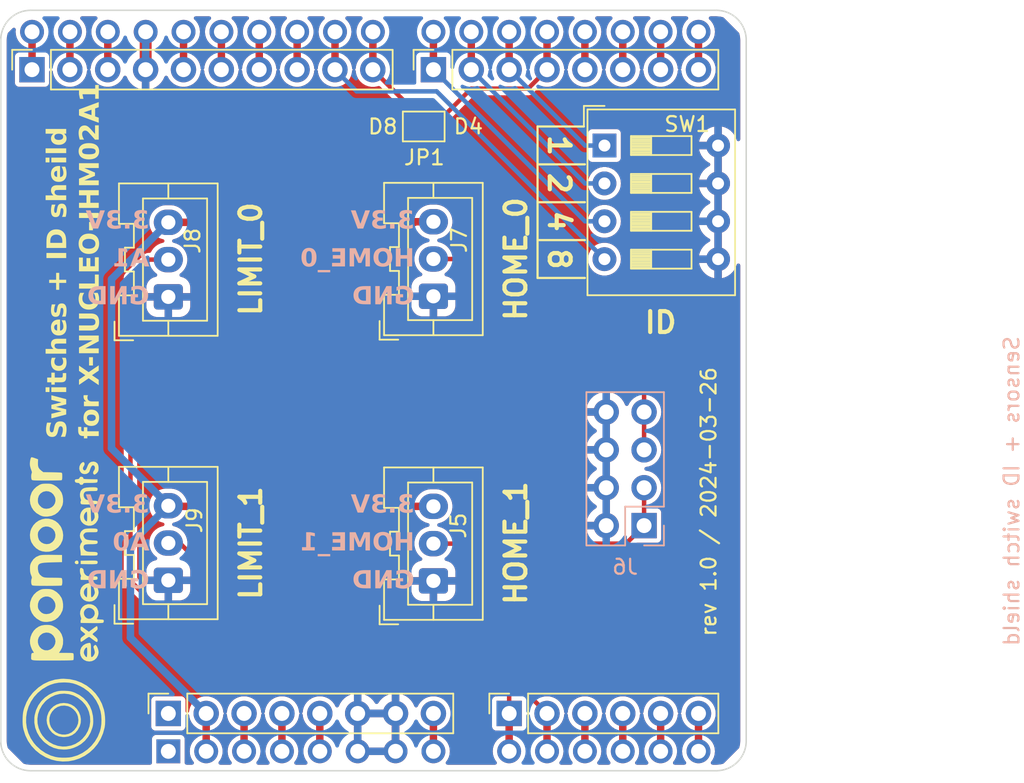
<source format=kicad_pcb>
(kicad_pcb (version 20240108) (generator "pcbnew") (generator_version "8.0")
  (layers (0 "F.Cu" signal) (31 "B.Cu" signal) (34 "B.Paste" user) (35 "F.Paste" user) (36 "B.SilkS" user "B.Silkscreen") (37 "F.SilkS" user "F.Silkscreen") (38 "B.Mask" user) (39 "F.Mask" user) (44 "Edge.Cuts" user))
  (net 0 "")
  (net 1 "Net-(A1-D6)")
  (net 2 "/SDA")
  (net 3 "Net-(A1-D9)")
  (net 4 "+3.3V")
  (net 5 "VCC")
  (net 6 "VBUS")
  (net 7 "Net-(A1-D4)")
  (net 8 "+5V")
  (net 9 "GND")
  (net 10 "Net-(A1-A4)")
  (net 11 "/AREF")
  (net 12 "Net-(A1-D3{slash}SCL)")
  (net 13 "Net-(A1-A3)")
  (net 14 "Net-(A1-D5)")
  (net 15 "Net-(A1-D0{slash}RX)")
  (net 16 "Net-(A1-D8)")
  (net 17 "/RESET")
  (net 18 "Net-(A1-D13)")
  (net 19 "Net-(A1-D11)")
  (net 20 "Net-(A1-D10)")
  (net 21 "Net-(A1-D12)")
  (net 22 "Net-(A1-A2)")
  (net 23 "Net-(A1-A5)")
  (net 25 "Net-(A1-D1{slash}TX)")
  (net 26 "/SCL")
  (net 27 "Net-(A1-D7)")
  (net 28 "Net-(A1-D2{slash}SDA)")
  (net 30 "Net-(J5-Pin_2)")
  (net 31 "Net-(J6-Pin_5)")
  (net 32 "/LIMIT_1")
  (net 33 "/LIMIT_2")
  (footprint "Jumper:SolderJumper-2_P1.3mm_Bridged_Pad1.0x1.5mm" (layer "F.Cu") (at 159.37 97.79)
    (property "Reference" "JP1" (at 0.0404 2.0828 0) (layer "F.SilkS"))
    (property "Value" "Jumper_2_Bridged")
    (fp_poly (pts (xy -0.25 -0.3) (xy 0.25 -0.3) (xy 0.25 0.3) (xy -0.25 0.3)) (fill solid) (layer "F.Cu"))
    (pad "1" smd rect (at -0.65 0) (size 1 1.5) (layers "F.Cu" "F.Mask") (net 16 "Net-(A1-D8)"))
    (pad "2" smd rect (at 0.65 0) (size 1 1.5) (layers "F.Cu" "F.Mask") (net 7 "Net-(A1-D4)"))
  )
  (footprint "Connector_JST:JST_XA_B03B-XASK-1_1x03_P2.50mm_Vertical" (layer "F.Cu") (at 142.24 109.22 90)
    (property "Reference" "J8" (at 3.7592 1.6256 270) (layer "F.SilkS"))
    (property "Value" "Conn_01x03")
    (pad "1" thru_hole roundrect (at 0 0 90) (size 1.7 1.95) (drill 0.95) (layers "*.Cu" "*.Mask") (roundrect_rratio 0.147059) (net 9 "GND"))
    (pad "2" thru_hole oval (at 2.5 0 90) (size 1.7 1.95) (drill 0.95) (layers "*.Cu" "*.Mask") (net 32 "/LIMIT_1"))
    (pad "3" thru_hole oval (at 5 0 90) (size 1.7 1.95) (drill 0.95) (layers "*.Cu" "*.Mask") (net 6 "VBUS"))
  )
  (footprint "Connector_PinSocket_2.54mm:PinSocket_1x08_P2.54mm_Vertical" (layer "F.Cu") (at 142.24 137.16 90)
    (property "Reference" "J2" (hide yes))
    (property "Value" "Conn_01x08")
    (pad "1" thru_hole rect (at 0 0 90) (size 1.7 1.7) (drill 1) (layers "*.Cu" "*.Mask"))
    (pad "2" thru_hole oval (at 0 2.54 90) (size 1.7 1.7) (drill 1) (layers "*.Cu" "*.Mask") (net 6 "VBUS"))
    (pad "3" thru_hole oval (at 0 5.08 90) (size 1.7 1.7) (drill 1) (layers "*.Cu" "*.Mask") (net 17 "/RESET"))
    (pad "4" thru_hole oval (at 0 7.62 90) (size 1.7 1.7) (drill 1) (layers "*.Cu" "*.Mask") (net 4 "+3.3V"))
    (pad "5" thru_hole oval (at 0 10.16 90) (size 1.7 1.7) (drill 1) (layers "*.Cu" "*.Mask") (net 8 "+5V"))
    (pad "6" thru_hole oval (at 0 12.7 90) (size 1.7 1.7) (drill 1) (layers "*.Cu" "*.Mask") (net 9 "GND"))
    (pad "7" thru_hole oval (at 0 15.24 90) (size 1.7 1.7) (drill 1) (layers "*.Cu" "*.Mask") (net 9 "GND"))
    (pad "8" thru_hole oval (at 0 17.78 90) (size 1.7 1.7) (drill 1) (layers "*.Cu" "*.Mask") (net 5 "VCC"))
  )
  (footprint "Connector_JST:JST_XA_B03B-XASK-1_1x03_P2.50mm_Vertical" (layer "F.Cu") (at 160.02 128.27 90)
    (property "Reference" "J5" (at 3.7084 1.6764 270) (layer "F.SilkS"))
    (property "Value" "Conn_01x03")
    (pad "1" thru_hole roundrect (at 0 0 90) (size 1.7 1.95) (drill 0.95) (layers "*.Cu" "*.Mask") (roundrect_rratio 0.147059) (net 9 "GND"))
    (pad "2" thru_hole oval (at 2.5 0 90) (size 1.7 1.95) (drill 0.95) (layers "*.Cu" "*.Mask") (net 30 "Net-(J5-Pin_2)"))
    (pad "3" thru_hole oval (at 5 0 90) (size 1.7 1.95) (drill 0.95) (layers "*.Cu" "*.Mask") (net 6 "VBUS"))
  )
  (footprint "Local_Library:ponoor_full_21x6" (layer "F.Cu") (at 135.255 130.175 90)
    (property "Reference" "G***" (hide yes))
    (property "Value" "LOGO" (hide yes))
  )
  (footprint "Connector_JST:JST_XA_B03B-XASK-1_1x03_P2.50mm_Vertical" (layer "F.Cu") (at 142.24 128.23 90)
    (property "Reference" "J9" (at 4.024 1.7526 270) (layer "F.SilkS"))
    (property "Value" "Conn_01x03")
    (pad "1" thru_hole roundrect (at 0 0 90) (size 1.7 1.95) (drill 0.95) (layers "*.Cu" "*.Mask") (roundrect_rratio 0.147059) (net 9 "GND"))
    (pad "2" thru_hole oval (at 2.5 0 90) (size 1.7 1.95) (drill 0.95) (layers "*.Cu" "*.Mask") (net 33 "/LIMIT_2"))
    (pad "3" thru_hole oval (at 5 0 90) (size 1.7 1.95) (drill 0.95) (layers "*.Cu" "*.Mask") (net 6 "VBUS"))
  )
  (footprint "Connector_PinSocket_2.54mm:PinSocket_1x08_P2.54mm_Vertical" (layer "F.Cu") (at 160.02 93.98 90)
    (property "Reference" "J1" (hide yes))
    (property "Value" "Conn_01x08")
    (pad "1" thru_hole rect (at 0 0 90) (size 1.7 1.7) (drill 1) (layers "*.Cu" "*.Mask") (net 27 "Net-(A1-D7)"))
    (pad "2" thru_hole oval (at 0 2.54 90) (size 1.7 1.7) (drill 1) (layers "*.Cu" "*.Mask") (net 1 "Net-(A1-D6)"))
    (pad "3" thru_hole oval (at 0 5.08 90) (size 1.7 1.7) (drill 1) (layers "*.Cu" "*.Mask") (net 14 "Net-(A1-D5)"))
    (pad "4" thru_hole oval (at 0 7.62 90) (size 1.7 1.7) (drill 1) (layers "*.Cu" "*.Mask") (net 7 "Net-(A1-D4)"))
    (pad "5" thru_hole oval (at 0 10.16 90) (size 1.7 1.7) (drill 1) (layers "*.Cu" "*.Mask") (net 12 "Net-(A1-D3{slash}SCL)"))
    (pad "6" thru_hole oval (at 0 12.7 90) (size 1.7 1.7) (drill 1) (layers "*.Cu" "*.Mask") (net 28 "Net-(A1-D2{slash}SDA)"))
    (pad "7" thru_hole oval (at 0 15.24 90) (size 1.7 1.7) (drill 1) (layers "*.Cu" "*.Mask") (net 25 "Net-(A1-D1{slash}TX)"))
    (pad "8" thru_hole oval (at 0 17.78 90) (size 1.7 1.7) (drill 1) (layers "*.Cu" "*.Mask") (net 15 "Net-(A1-D0{slash}RX)"))
  )
  (footprint "Connector_JST:JST_XA_B03B-XASK-1_1x03_P2.50mm_Vertical" (layer "F.Cu") (at 160.02 109.18 90)
    (property "Reference" "J7" (at 3.77 1.7272 270) (layer "F.SilkS"))
    (property "Value" "Conn_01x03")
    (pad "1" thru_hole roundrect (at 0 0 90) (size 1.7 1.95) (drill 0.95) (layers "*.Cu" "*.Mask") (roundrect_rratio 0.147059) (net 9 "GND"))
    (pad "2" thru_hole oval (at 2.5 0 90) (size 1.7 1.95) (drill 0.95) (layers "*.Cu" "*.Mask") (net 31 "Net-(J6-Pin_5)"))
    (pad "3" thru_hole oval (at 5 0 90) (size 1.7 1.95) (drill 0.95) (layers "*.Cu" "*.Mask") (net 6 "VBUS"))
  )
  (footprint "Connector_PinSocket_2.54mm:PinSocket_1x10_P2.54mm_Vertical" (layer "F.Cu") (at 133.096 93.98 90)
    (property "Reference" "J4" (hide yes))
    (property "Value" "Conn_01x10")
    (pad "1" thru_hole rect (at 0 0 90) (size 1.7 1.7) (drill 1) (layers "*.Cu" "*.Mask") (net 26 "/SCL"))
    (pad "2" thru_hole oval (at 0 2.54 90) (size 1.7 1.7) (drill 1) (layers "*.Cu" "*.Mask") (net 2 "/SDA"))
    (pad "3" thru_hole oval (at 0 5.08 90) (size 1.7 1.7) (drill 1) (layers "*.Cu" "*.Mask") (net 11 "/AREF"))
    (pad "4" thru_hole oval (at 0 7.62 90) (size 1.7 1.7) (drill 1) (layers "*.Cu" "*.Mask") (net 9 "GND"))
    (pad "5" thru_hole oval (at 0 10.16 90) (size 1.7 1.7) (drill 1) (layers "*.Cu" "*.Mask") (net 18 "Net-(A1-D13)"))
    (pad "6" thru_hole oval (at 0 12.7 90) (size 1.7 1.7) (drill 1) (layers "*.Cu" "*.Mask") (net 21 "Net-(A1-D12)"))
    (pad "7" thru_hole oval (at 0 15.24 90) (size 1.7 1.7) (drill 1) (layers "*.Cu" "*.Mask") (net 19 "Net-(A1-D11)"))
    (pad "8" thru_hole oval (at 0 17.78 90) (size 1.7 1.7) (drill 1) (layers "*.Cu" "*.Mask") (net 20 "Net-(A1-D10)"))
    (pad "9" thru_hole oval (at 0 20.32 90) (size 1.7 1.7) (drill 1) (layers "*.Cu" "*.Mask") (net 3 "Net-(A1-D9)"))
    (pad "10" thru_hole oval (at 0 22.86 90) (size 1.7 1.7) (drill 1) (layers "*.Cu" "*.Mask") (net 16 "Net-(A1-D8)"))
  )
  (footprint "Button_Switch_THT:SW_DIP_SPSTx04_Slide_9.78x12.34mm_W7.62mm_P2.54mm" (layer "F.Cu") (at 171.4925 99.07)
    (property "Reference" "SW1" (at 5.5455 -1.4324 360) (layer "F.SilkS"))
    (property "Value" "SW_DIP_x04")
    (pad "1" thru_hole rect (at 0 0) (size 1.6 1.6) (drill 0.8) (layers "*.Cu" "*.Mask") (net 14 "Net-(A1-D5)"))
    (pad "2" thru_hole oval (at 0 2.54) (size 1.6 1.6) (drill 0.8) (layers "*.Cu" "*.Mask") (net 1 "Net-(A1-D6)"))
    (pad "3" thru_hole oval (at 0 5.08) (size 1.6 1.6) (drill 0.8) (layers "*.Cu" "*.Mask") (net 27 "Net-(A1-D7)"))
    (pad "4" thru_hole oval (at 0 7.62) (size 1.6 1.6) (drill 0.8) (layers "*.Cu" "*.Mask") (net 3 "Net-(A1-D9)"))
    (pad "5" thru_hole oval (at 7.62 7.62) (size 1.6 1.6) (drill 0.8) (layers "*.Cu" "*.Mask") (net 9 "GND"))
    (pad "6" thru_hole oval (at 7.62 5.08) (size 1.6 1.6) (drill 0.8) (layers "*.Cu" "*.Mask") (net 9 "GND"))
    (pad "7" thru_hole oval (at 7.62 2.54) (size 1.6 1.6) (drill 0.8) (layers "*.Cu" "*.Mask") (net 9 "GND"))
    (pad "8" thru_hole oval (at 7.62 0) (size 1.6 1.6) (drill 0.8) (layers "*.Cu" "*.Mask") (net 9 "GND"))
  )
  (footprint "Connector_PinSocket_2.54mm:PinSocket_1x06_P2.54mm_Vertical" (layer "F.Cu") (at 165.1 137.16 90)
    (property "Reference" "J3" (hide yes))
    (property "Value" "Conn_01x06")
    (pad "1" thru_hole rect (at 0 0 90) (size 1.7 1.7) (drill 1) (layers "*.Cu" "*.Mask") (net 32 "/LIMIT_1"))
    (pad "2" thru_hole oval (at 0 2.54 90) (size 1.7 1.7) (drill 1) (layers "*.Cu" "*.Mask") (net 33 "/LIMIT_2"))
    (pad "3" thru_hole oval (at 0 5.08 90) (size 1.7 1.7) (drill 1) (layers "*.Cu" "*.Mask") (net 22 "Net-(A1-A2)"))
    (pad "4" thru_hole oval (at 0 7.62 90) (size 1.7 1.7) (drill 1) (layers "*.Cu" "*.Mask") (net 13 "Net-(A1-A3)"))
    (pad "5" thru_hole oval (at 0 10.16 90) (size 1.7 1.7) (drill 1) (layers "*.Cu" "*.Mask") (net 10 "Net-(A1-A4)"))
    (pad "6" thru_hole oval (at 0 12.7 90) (size 1.7 1.7) (drill 1) (layers "*.Cu" "*.Mask") (net 23 "Net-(A1-A5)"))
  )
  (footprint "Module:Arduino_UNO_R3" (layer "B.Cu") (at 142.24 139.7)
    (property "Reference" "A1" (hide yes))
    (property "Value" "Arduino_Leonardo")
    (pad "1" thru_hole rect (at 0 0 270) (size 1.6 1.6) (drill 1) (layers "*.Cu" "*.Mask"))
    (pad "2" thru_hole oval (at 2.54 0 270) (size 1.6 1.6) (drill 1) (layers "*.Cu" "*.Mask") (net 6 "VBUS"))
    (pad "3" thru_hole oval (at 5.08 0 270) (size 1.6 1.6) (drill 1) (layers "*.Cu" "*.Mask") (net 17 "/RESET"))
    (pad "4" thru_hole oval (at 7.62 0 270) (size 1.6 1.6) (drill 1) (layers "*.Cu" "*.Mask") (net 4 "+3.3V"))
    (pad "5" thru_hole oval (at 10.16 0 270) (size 1.6 1.6) (drill 1) (layers "*.Cu" "*.Mask") (net 8 "+5V"))
    (pad "6" thru_hole oval (at 12.7 0 270) (size 1.6 1.6) (drill 1) (layers "*.Cu" "*.Mask") (net 9 "GND"))
    (pad "7" thru_hole oval (at 15.24 0 270) (size 1.6 1.6) (drill 1) (layers "*.Cu" "*.Mask") (net 9 "GND"))
    (pad "8" thru_hole oval (at 17.78 0 270) (size 1.6 1.6) (drill 1) (layers "*.Cu" "*.Mask") (net 5 "VCC"))
    (pad "9" thru_hole oval (at 22.86 0 270) (size 1.6 1.6) (drill 1) (layers "*.Cu" "*.Mask") (net 32 "/LIMIT_1"))
    (pad "10" thru_hole oval (at 25.4 0 270) (size 1.6 1.6) (drill 1) (layers "*.Cu" "*.Mask") (net 33 "/LIMIT_2"))
    (pad "11" thru_hole oval (at 27.94 0 270) (size 1.6 1.6) (drill 1) (layers "*.Cu" "*.Mask") (net 22 "Net-(A1-A2)"))
    (pad "12" thru_hole oval (at 30.48 0 270) (size 1.6 1.6) (drill 1) (layers "*.Cu" "*.Mask") (net 13 "Net-(A1-A3)"))
    (pad "13" thru_hole oval (at 33.02 0 270) (size 1.6 1.6) (drill 1) (layers "*.Cu" "*.Mask") (net 10 "Net-(A1-A4)"))
    (pad "14" thru_hole oval (at 35.56 0 270) (size 1.6 1.6) (drill 1) (layers "*.Cu" "*.Mask") (net 23 "Net-(A1-A5)"))
    (pad "15" thru_hole oval (at 35.56 -48.26 270) (size 1.6 1.6) (drill 1) (layers "*.Cu" "*.Mask") (net 15 "Net-(A1-D0{slash}RX)"))
    (pad "16" thru_hole oval (at 33.02 -48.26 270) (size 1.6 1.6) (drill 1) (layers "*.Cu" "*.Mask") (net 25 "Net-(A1-D1{slash}TX)"))
    (pad "17" thru_hole oval (at 30.48 -48.26 270) (size 1.6 1.6) (drill 1) (layers "*.Cu" "*.Mask") (net 28 "Net-(A1-D2{slash}SDA)"))
    (pad "18" thru_hole oval (at 27.94 -48.26 270) (size 1.6 1.6) (drill 1) (layers "*.Cu" "*.Mask") (net 12 "Net-(A1-D3{slash}SCL)"))
    (pad "19" thru_hole oval (at 25.4 -48.26 270) (size 1.6 1.6) (drill 1) (layers "*.Cu" "*.Mask") (net 7 "Net-(A1-D4)"))
    (pad "20" thru_hole oval (at 22.86 -48.26 270) (size 1.6 1.6) (drill 1) (layers "*.Cu" "*.Mask") (net 14 "Net-(A1-D5)"))
    (pad "21" thru_hole oval (at 20.32 -48.26 270) (size 1.6 1.6) (drill 1) (layers "*.Cu" "*.Mask") (net 1 "Net-(A1-D6)"))
    (pad "22" thru_hole oval (at 17.78 -48.26 270) (size 1.6 1.6) (drill 1) (layers "*.Cu" "*.Mask") (net 27 "Net-(A1-D7)"))
    (pad "23" thru_hole oval (at 13.72 -48.26 270) (size 1.6 1.6) (drill 1) (layers "*.Cu" "*.Mask") (net 16 "Net-(A1-D8)"))
    (pad "24" thru_hole oval (at 11.18 -48.26 270) (size 1.6 1.6) (drill 1) (layers "*.Cu" "*.Mask") (net 3 "Net-(A1-D9)"))
    (pad "25" thru_hole oval (at 8.64 -48.26 270) (size 1.6 1.6) (drill 1) (layers "*.Cu" "*.Mask") (net 20 "Net-(A1-D10)"))
    (pad "26" thru_hole oval (at 6.1 -48.26 270) (size 1.6 1.6) (drill 1) (layers "*.Cu" "*.Mask") (net 19 "Net-(A1-D11)"))
    (pad "27" thru_hole oval (at 3.56 -48.26 270) (size 1.6 1.6) (drill 1) (layers "*.Cu" "*.Mask") (net 21 "Net-(A1-D12)"))
    (pad "28" thru_hole oval (at 1.02 -48.26 270) (size 1.6 1.6) (drill 1) (layers "*.Cu" "*.Mask") (net 18 "Net-(A1-D13)"))
    (pad "29" thru_hole oval (at -1.52 -48.26 270) (size 1.6 1.6) (drill 1) (layers "*.Cu" "*.Mask") (net 9 "GND"))
    (pad "30" thru_hole oval (at -4.06 -48.26 270) (size 1.6 1.6) (drill 1) (layers "*.Cu" "*.Mask") (net 11 "/AREF"))
    (pad "31" thru_hole oval (at -6.6 -48.26 270) (size 1.6 1.6) (drill 1) (layers "*.Cu" "*.Mask") (net 2 "/SDA"))
    (pad "32" thru_hole oval (at -9.14 -48.26 270) (size 1.6 1.6) (drill 1) (layers "*.Cu" "*.Mask") (net 26 "/SCL"))
  )
  (footprint "Connector_PinSocket_2.54mm:PinSocket_2x04_P2.54mm_Vertical" (layer "B.Cu") (at 174.15 124.56)
    (property "Reference" "J6" (at -1.27 2.77 360) (layer "B.SilkS") (effects (justify mirror)))
    (property "Value" "Conn_02x04_Odd_Even")
    (pad "1" thru_hole rect (at 0 0) (size 1.7 1.7) (drill 1) (layers "*.Cu" "*.Mask") (net 30 "Net-(J5-Pin_2)"))
    (pad "2" thru_hole oval (at -2.54 0) (size 1.7 1.7) (drill 1) (layers "*.Cu" "*.Mask") (net 9 "GND"))
    (pad "3" thru_hole oval (at 0 -2.54) (size 1.7 1.7) (drill 1) (layers "*.Cu" "*.Mask") (net 30 "Net-(J5-Pin_2)"))
    (pad "4" thru_hole oval (at -2.54 -2.54) (size 1.7 1.7) (drill 1) (layers "*.Cu" "*.Mask") (net 9 "GND"))
    (pad "5" thru_hole oval (at 0 -5.08) (size 1.7 1.7) (drill 1) (layers "*.Cu" "*.Mask") (net 31 "Net-(J6-Pin_5)"))
    (pad "6" thru_hole oval (at -2.54 -5.08) (size 1.7 1.7) (drill 1) (layers "*.Cu" "*.Mask") (net 9 "GND"))
    (pad "7" thru_hole oval (at 0 -7.62) (size 1.7 1.7) (drill 1) (layers "*.Cu" "*.Mask") (net 31 "Net-(J6-Pin_5)"))
    (pad "8" thru_hole oval (at -2.54 -7.62) (size 1.7 1.7) (drill 1) (layers "*.Cu" "*.Mask") (net 9 "GND"))
  )
  (gr_line (start 167.005 100.33) (end 170.18 100.33) (stroke (width 0.15)) (layer "F.SilkS"))
  (gr_line (start 167.005 107.95) (end 170.18 107.95) (stroke (width 0.15)) (layer "F.SilkS"))
  (gr_line (start 167.005 105.41) (end 170.18 105.41) (stroke (width 0.15)) (layer "F.SilkS"))
  (gr_line (start 167.005 97.79) (end 167.005 107.95) (stroke (width 0.15)) (layer "F.SilkS"))
  (gr_line (start 167.005 97.79) (end 170.1125 97.793) (stroke (width 0.15)) (layer "F.SilkS"))
  (gr_line (start 167.005 102.87) (end 170.18 102.87) (stroke (width 0.15)) (layer "F.SilkS"))
  (gr_line (start 181 139) (end 181 92) (stroke (width 0.1)) (layer "Edge.Cuts"))
  (gr_arc (start 133 141) (mid 131.585786 140.414214) (end 131 139) (stroke (width 0.1)) (layer "Edge.Cuts"))
  (gr_arc (start 131 92) (mid 131.585786 90.585786) (end 133 90) (stroke (width 0.1)) (layer "Edge.Cuts"))
  (gr_arc (start 179 90) (mid 180.414214 90.585786) (end 181 92) (stroke (width 0.1)) (layer "Edge.Cuts"))
  (gr_line (start 179 90) (end 133 90) (stroke (width 0.1)) (layer "Edge.Cuts"))
  (gr_arc (start 181 139) (mid 180.414214 140.414214) (end 179 141) (stroke (width 0.1)) (layer "Edge.Cuts"))
  (gr_line (start 133 141) (end 179 141) (stroke (width 0.1)) (layer "Edge.Cuts"))
  (gr_line (start 131 92) (end 131 139) (stroke (width 0.1)) (layer "Edge.Cuts"))
  (gr_text "A0" (at 140.97 125.73 0) (layer "B.SilkS") (effects (font (size 1.2 1.2) (thickness 0.2) (bold yes)) (justify left mirror)))
  (gr_text "GND" (at 158.75 128.27 0) (layer "B.SilkS") (effects (font (size 1.2 1.2) (thickness 0.2) (bold yes)) (justify left mirror)))
  (gr_text "A1" (at 140.97 106.68 0) (layer "B.SilkS") (effects (font (size 1.2 1.2) (thickness 0.2) (bold yes)) (justify left mirror)))
  (gr_text "HOME_0" (at 158.75 106.68 0) (layer "B.SilkS") (effects (font (size 1.2 1.2) (thickness 0.2) (bold yes)) (justify left mirror)))
  (gr_text "GND" (at 140.97 109.22 0) (layer "B.SilkS") (effects (font (size 1.2 1.2) (thickness 0.2) (bold yes)) (justify left mirror)))
  (gr_text "GND" (at 140.97 128.27 0) (layer "B.SilkS") (effects (font (size 1.2 1.2) (thickness 0.2) (bold yes)) (justify left mirror)))
  (gr_text "3.3V" (at 158.75 123.19 0) (layer "B.SilkS") (effects (font (size 1.2 1.2) (thickness 0.2) (bold yes)) (justify left mirror)))
  (gr_text "Sensors + ID switch shield" (at 199.39 111.76 90) (layer "B.SilkS") (effects (font (size 1 1)) (justify left bottom mirror)))
  (gr_text "GND" (at 158.75 109.22 0) (layer "B.SilkS") (effects (font (size 1.2 1.2) (thickness 0.2) (bold yes)) (justify left mirror)))
  (gr_text "3.3V" (at 140.97 104.14 0) (layer "B.SilkS") (effects (font (size 1.2 1.2) (thickness 0.2) (bold yes)) (justify left mirror)))
  (gr_text "3.3V" (at 158.75 104.14 0) (layer "B.SilkS") (effects (font (size 1.2 1.2) (thickness 0.2) (bold yes)) (justify left mirror)))
  (gr_text "3.3V" (at 140.97 123.19 0) (layer "B.SilkS") (effects (font (size 1.2 1.2) (thickness 0.2) (bold yes)) (justify left mirror)))
  (gr_text "HOME_1" (at 158.75 125.73 0) (layer "B.SilkS") (effects (font (size 1.2 1.2) (thickness 0.2) (bold yes)) (justify left mirror)))
  (gr_text "HOME_0" (at 166.37 106.68 90) (layer "F.SilkS") (effects (font (size 1.4 1.4) (thickness 0.28) (bold yes)) (justify bottom)))
  (gr_text "LIMIT_1" (at 148.59 125.73 90) (layer "F.SilkS") (effects (font (size 1.4 1.4) (thickness 0.28) (bold yes)) (justify bottom)))
  (gr_text "rev 1.0 / 2024-03-26" (at 179.07 132.08 90) (layer "F.SilkS") (effects (font (size 1 1)) (justify left bottom)))
  (gr_text "4" (at 167.64 104.14 270) (layer "F.SilkS") (effects (font (size 1.4 1.4) (thickness 0.28) (bold yes)) (justify bottom)))
  (gr_text "2" (at 167.64 101.6 270) (layer "F.SilkS") (effects (font (size 1.4 1.4) (thickness 0.28) (bold yes)) (justify bottom)))
  (gr_text "D8\n" (at 155.551029 97.800434 0) (layer "F.SilkS") (effects (font (size 1 1)) (justify left)))
  (gr_text "Switches + ID sheild\nfor X-NUCLEO-IHM02A1" (at 137.795 118.745 90) (layer "F.SilkS") (effects (font (size 1.3 1.3) (thickness 0.26) (bold yes)) (justify left bottom)))
  (gr_text "LIMIT_0" (at 148.59 106.68 90) (layer "F.SilkS") (effects (font (size 1.4 1.4) (thickness 0.28) (bold yes)) (justify bottom)))
  (gr_text "8" (at 167.64 106.68 270) (layer "F.SilkS") (effects (font (size 1.4 1.4) (thickness 0.28) (bold yes)) (justify bottom)))
  (gr_text "ID" (at 175.26 111.76 0) (layer "F.SilkS") (effects (font (size 1.4 1.4) (thickness 0.28) (bold yes)) (justify bottom)))
  (gr_text "HOME_1" (at 166.37 125.73 90) (layer "F.SilkS") (effects (font (size 1.4 1.4) (thickness 0.28) (bold yes)) (justify bottom)))
  (gr_text "D4" (at 161.29 97.79 0) (layer "F.SilkS") (effects (font (size 1 1)) (justify left)))
  (gr_text "1" (at 167.64 99.06 -90) (layer "F.SilkS") (effects (font (size 1.4 1.4) (thickness 0.28) (bold yes)) (justify bottom)))
  (segment (start 162.56 91.44) (end 162.56 93.98) (width 0.5) (layer "F.Cu") (net 1))
  (segment (start 170.19 101.61) (end 162.56 93.98) (width 0.3) (layer "B.Cu") (net 1))
  (segment (start 171.4925 101.61) (end 170.19 101.61) (width 0.3) (layer "B.Cu") (net 1))
  (segment (start 135.64 93.976) (end 135.636 93.98) (width 0.5) (layer "F.Cu") (net 2))
  (segment (start 135.64 91.44) (end 135.64 93.976) (width 0.5) (layer "F.Cu") (net 2))
  (segment (start 153.42 93.976) (end 153.416 93.98) (width 0.5) (layer "F.Cu") (net 3))
  (segment (start 153.42 91.44) (end 153.42 93.976) (width 0.5) (layer "F.Cu") (net 3))
  (segment (start 154.870792 95.434792) (end 153.416 93.98) (width 0.3) (layer "B.Cu") (net 3))
  (segment (start 171.4925 106.69) (end 160.237292 95.434792) (width 0.3) (layer "B.Cu") (net 3))
  (segment (start 160.237292 95.434792) (end 154.870792 95.434792) (width 0.3) (layer "B.Cu") (net 3))
  (segment (start 149.86 137.16) (end 149.86 139.7) (width 0.5) (layer "F.Cu") (net 4))
  (segment (start 160.02 137.16) (end 160.02 139.7) (width 0.5) (layer "F.Cu") (net 5))
  (segment (start 142.28 123.27) (end 142.24 123.23) (width 0.5) (layer "F.Cu") (net 6))
  (segment (start 160.02 104.18) (end 158.79 104.18) (width 0.5) (layer "F.Cu") (net 6))
  (segment (start 160.02 123.27) (end 142.28 123.27) (width 0.5) (layer "F.Cu") (net 6))
  (segment (start 158.79 104.18) (end 158.75 104.22) (width 0.5) (layer "F.Cu") (net 6))
  (segment (start 158.75 104.22) (end 142.24 104.22) (width 0.5) (layer "F.Cu") (net 6))
  (segment (start 144.78 137.16) (end 144.78 139.7) (width 0.5) (layer "F.Cu") (net 6))
  (segment (start 142.24 123.19) (end 142.24 123.23) (width 0.5) (layer "B.Cu") (net 6))
  (segment (start 142.24 123.23) (end 139.7 125.77) (width 0.5) (layer "B.Cu") (net 6))
  (segment (start 138.43 119.38) (end 142.24 123.19) (width 0.5) (layer "B.Cu") (net 6))
  (segment (start 138.43 108.03) (end 138.43 119.38) (width 0.5) (layer "B.Cu") (net 6))
  (segment (start 142.24 104.22) (end 138.43 108.03) (width 0.5) (layer "B.Cu") (net 6))
  (segment (start 139.7 125.77) (end 139.7 132.08) (width 0.5) (layer "B.Cu") (net 6))
  (segment (start 139.7 132.08) (end 144.78 137.16) (width 0.5) (layer "B.Cu") (net 6))
  (segment (start 167.64 91.44) (end 167.64 93.98) (width 0.5) (layer "F.Cu") (net 7))
  (segment (start 166.37 95.25) (end 167.64 93.98) (width 0.3) (layer "F.Cu") (net 7))
  (segment (start 162.56 95.25) (end 166.37 95.25) (width 0.3) (layer "F.Cu") (net 7))
  (segment (start 160.02 97.79) (end 162.56 95.25) (width 0.3) (layer "F.Cu") (net 7))
  (segment (start 152.4 137.16) (end 152.4 139.7) (width 0.5) (layer "F.Cu") (net 8))
  (segment (start 154.94 137.16) (end 154.94 139.7) (width 0.5) (layer "F.Cu") (net 9))
  (segment (start 140.72 91.44) (end 140.72 93.976) (width 0.8) (layer "F.Cu") (net 9))
  (segment (start 157.48 137.16) (end 157.48 139.7) (width 0.5) (layer "F.Cu") (net 9))
  (segment (start 140.72 93.976) (end 140.716 93.98) (width 0.5) (layer "F.Cu") (net 9))
  (segment (start 171.61 110.33) (end 171.61 116.94) (width 0.3) (layer "B.Cu") (net 9))
  (segment (start 140.716 98.766) (end 151.13 109.18) (width 0.12) (layer "B.Cu") (net 9))
  (segment (start 171.61 122.02) (end 171.61 124.56) (width 0.12) (layer "B.Cu") (net 9))
  (segment (start 151.13 109.18) (end 160.02 109.18) (width 0.25) (layer "B.Cu") (net 9))
  (segment (start 159.98 128.23) (end 160.02 128.27) (width 0.12) (layer "B.Cu") (net 9))
  (segment (start 151.13 109.18) (end 151.13 116.84) (width 0.25) (layer "B.Cu") (net 9))
  (segment (start 179.1125 99.07) (end 179.1125 101.61) (width 0.3) (layer "B.Cu") (net 9))
  (segment (start 151.23 116.94) (end 151.13 116.84) (width 0.12) (layer "B.Cu") (net 9))
  (segment (start 175.26 106.68) (end 171.61 110.33) (width 0.3) (layer "B.Cu") (net 9))
  (segment (start 179.1125 101.61) (end 179.1125 104.15) (width 0.3) (layer "B.Cu") (net 9))
  (segment (start 143.51 109.22) (end 143.55 109.18) (width 0.25) (layer "B.Cu") (net 9))
  (segment (start 142.24 128.23) (end 151.13 128.23) (width 0.12) (layer "B.Cu") (net 9))
  (segment (start 171.61 119.48) (end 171.61 122.02) (width 0.12) (layer "B.Cu") (net 9))
  (segment (start 179.1125 104.15) (end 179.1125 106.69) (width 0.3) (layer "B.Cu") (net 9))
  (segment (start 151.13 128.23) (end 154.94 128.23) (width 0.12) (layer "B.Cu") (net 9))
  (segment (start 175.27 106.69) (end 175.26 106.68) (width 0.3) (layer "B.Cu") (net 9))
  (segment (start 154.94 137.16) (end 154.94 128.23) (width 0.25) (layer "B.Cu") (net 9))
  (segment (start 140.716 93.98) (end 140.716 98.766) (width 0.12) (layer "B.Cu") (net 9))
  (segment (start 171.61 116.94) (end 171.61 119.48) (width 0.12) (layer "B.Cu") (net 9))
  (segment (start 142.24 109.22) (end 143.51 109.22) (width 0.25) (layer "B.Cu") (net 9))
  (segment (start 151.13 116.84) (end 151.13 128.23) (width 0.25) (layer "B.Cu") (net 9))
  (segment (start 154.94 137.16) (end 157.48 137.16) (width 0.5) (layer "B.Cu") (net 9))
  (segment (start 179.1125 106.69) (end 175.27 106.69) (width 0.3) (layer "B.Cu") (net 9))
  (segment (start 143.55 109.18) (end 151.13 109.18) (width 0.25) (layer "B.Cu") (net 9))
  (segment (start 171.61 116.94) (end 151.23 116.94) (width 0.12) (layer "B.Cu") (net 9))
  (segment (start 154.94 128.23) (end 159.98 128.23) (width 0.12) (layer "B.Cu") (net 9))
  (segment (start 175.26 137.16) (end 175.26 139.7) (width 0.5) (layer "F.Cu") (net 10))
  (segment (start 138.18 93.976) (end 138.176 93.98) (width 0.5) (layer "F.Cu") (net 11))
  (segment (start 138.18 91.44) (end 138.18 93.976) (width 0.5) (layer "F.Cu") (net 11))
  (segment (start 170.18 91.44) (end 170.18 93.98) (width 0.5) (layer "F.Cu") (net 12))
  (segment (start 172.72 137.16) (end 172.72 139.7) (width 0.5) (layer "F.Cu") (net 13))
  (segment (start 165.1 91.44) (end 165.1 93.98) (width 0.5) (layer "F.Cu") (net 14))
  (segment (start 170.19 99.07) (end 165.1 93.98) (width 0.3) (layer "B.Cu") (net 14))
  (segment (start 171.4925 99.07) (end 170.19 99.07) (width 0.3) (layer "B.Cu") (net 14))
  (segment (start 177.8 91.44) (end 177.8 93.98) (width 0.5) (layer "F.Cu") (net 15))
  (segment (start 158.72 96.744) (end 155.956 93.98) (width 0.3) (layer "F.Cu") (net 16))
  (segment (start 155.96 93.976) (end 155.956 93.98) (width 0.5) (layer "F.Cu") (net 16))
  (segment (start 158.72 97.79) (end 158.72 96.744) (width 0.3) (layer "F.Cu") (net 16))
  (segment (start 155.96 91.44) (end 155.96 93.976) (width 0.5) (layer "F.Cu") (net 16))
  (segment (start 147.32 137.16) (end 147.32 139.7) (width 0.5) (layer "F.Cu") (net 17))
  (segment (start 143.26 93.976) (end 143.256 93.98) (width 0.5) (layer "F.Cu") (net 18))
  (segment (start 143.26 91.44) (end 143.26 93.976) (width 0.5) (layer "F.Cu") (net 18))
  (segment (start 148.34 93.976) (end 148.336 93.98) (width 0.5) (layer "F.Cu") (net 19))
  (segment (start 148.34 91.44) (end 148.34 93.976) (width 0.5) (layer "F.Cu") (net 19))
  (segment (start 150.88 91.44) (end 150.88 93.976) (width 0.5) (layer "F.Cu") (net 20))
  (segment (start 150.88 93.976) (end 150.876 93.98) (width 0.5) (layer "F.Cu") (net 20))
  (segment (start 145.8 93.976) (end 145.796 93.98) (width 0.5) (layer "F.Cu") (net 21))
  (segment (start 145.8 91.44) (end 145.8 93.976) (width 0.5) (layer "F.Cu") (net 21))
  (segment (start 170.18 137.16) (end 170.18 139.7) (width 0.5) (layer "F.Cu") (net 22))
  (segment (start 177.8 137.16) (end 177.8 139.7) (width 0.5) (layer "F.Cu") (net 23))
  (segment (start 175.26 91.44) (end 175.26 93.98) (width 0.5) (layer "F.Cu") (net 25))
  (segment (start 133.1 93.976) (end 133.096 93.98) (width 0.5) (layer "F.Cu") (net 26))
  (segment (start 133.1 91.44) (end 133.1 93.976) (width 0.5) (layer "F.Cu") (net 26))
  (segment (start 160.02 91.44) (end 160.02 93.98) (width 0.5) (layer "F.Cu") (net 27))
  (segment (start 171.4925 104.15) (end 170.19 104.15) (width 0.3) (layer "B.Cu") (net 27))
  (segment (start 170.19 104.15) (end 160.02 93.98) (width 0.3) (layer "B.Cu") (net 27))
  (segment (start 172.72 91.44) (end 172.72 93.98) (width 0.5) (layer "F.Cu") (net 28))
  (segment (start 174.15 122.02) (end 174.15 124.56) (width 0.3) (layer "F.Cu") (net 30))
  (segment (start 172.94 125.77) (end 174.15 124.56) (width 0.3) (layer "F.Cu") (net 30))
  (segment (start 160.02 125.77) (end 172.94 125.77) (width 0.3) (layer "F.Cu") (net 30))
  (segment (start 174.15 115.73) (end 165.1 106.68) (width 0.3) (layer "F.Cu") (net 31))
  (segment (start 174.15 119.48) (end 174.15 116.94) (width 0.3) (layer "F.Cu") (net 31))
  (segment (start 165.1 106.68) (end 160.02 106.68) (width 0.3) (layer "F.Cu") (net 31))
  (segment (start 174.15 116.94) (end 174.15 115.73) (width 0.3) (layer "F.Cu") (net 31))
  (segment (start 139.7 128.27) (end 139.7 107.95) (width 0.3) (layer "F.Cu") (net 32))
  (segment (start 140.93 106.72) (end 142.24 106.72) (width 0.3) (layer "F.Cu") (net 32))
  (segment (start 162.56 133.35) (end 144.78 133.35) (width 0.3) (layer "F.Cu") (net 32))
  (segment (start 144.78 133.35) (end 139.7 128.27) (width 0.3) (layer "F.Cu") (net 32))
  (segment (start 165.1 137.16) (end 165.1 139.7) (width 0.5) (layer "F.Cu") (net 32))
  (segment (start 139.7 107.95) (end 140.93 106.72) (width 0.3) (layer "F.Cu") (net 32))
  (segment (start 165.1 137.16) (end 165.1 135.89) (width 0.3) (layer "F.Cu") (net 32))
  (segment (start 165.1 135.89) (end 162.56 133.35) (width 0.3) (layer "F.Cu") (net 32))
  (segment (start 150.014174 132.741804) (end 143.00237 125.73) (width 0.3) (layer "F.Cu") (net 33))
  (segment (start 167.64 137.16) (end 163.221804 132.741804) (width 0.3) (layer "F.Cu") (net 33))
  (segment (start 167.64 137.16) (end 167.64 139.7) (width 0.5) (layer "F.Cu") (net 33))
  (segment (start 143.00237 125.73) (end 142.24 125.73) (width 0.3) (layer "F.Cu") (net 33))
  (segment (start 163.221804 132.741804) (end 150.014174 132.741804) (width 0.3) (layer "F.Cu") (net 33))
  (zone (net 9) (net_name "GND") (layers "F&B.Cu") (connect_pads (clearance 0.3)) (min_thickness 0.25) (fill yes (thermal_gap 0.5) (thermal_bridge_width 0.5))
    (polygon (pts (xy 131 92) (xy 133 90) (xy 179 90) (xy 181 92) (xy 181 139) (xy 179 141) (xy 133 141) (xy 131 139)))
  )
)
</source>
